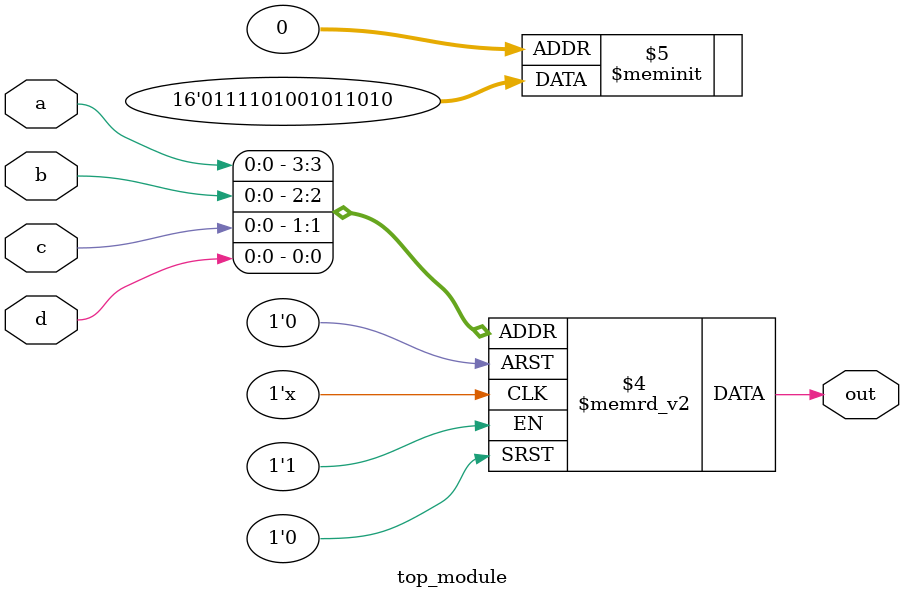
<source format=sv>
module top_module (
    input a, 
    input b,
    input c,
    input d,
    output reg out
);

    always @(a, b, c, d) begin
        case({a,b,c,d})
            4'b0000: out = 1'b0;
            4'b0001: out = 1'b1;
            4'b0010: out = 1'b0;
            4'b0011: out = 1'b1;
            4'b0100: out = 1'b1;
            4'b0101: out = 1'b0;
            4'b0110: out = 1'b1;
            4'b0111: out = 1'b0;
            4'b1000: out = 1'b0; 
            4'b1001: out = 1'b1;
            4'b1010: out = 1'b0;
            4'b1011: out = 1'b1;
            4'b1100: out = 1'b1; // Corrected this line
            4'b1101: out = 1'b1;
            4'b1110: out = 1'b1;
            4'b1111: out = 1'b0;
        endcase
    end

endmodule

</source>
